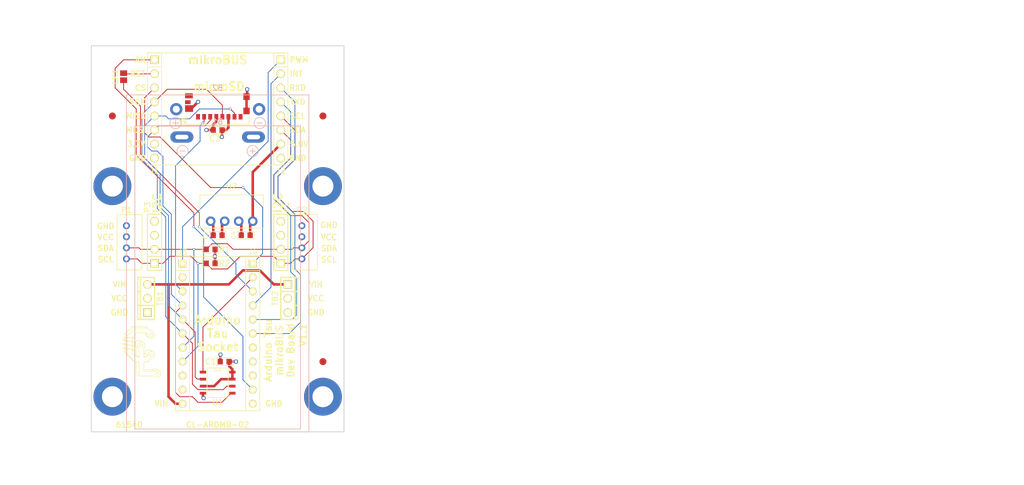
<source format=kicad_pcb>
(kicad_pcb (version 4) (host pcbnew 4.0.6)
  (title_block (title "Arduino Tau mikroBUS Develepment Board") (date 2018-02-12) (rev 1.1) (company "Casco Logix, LLC"))
  (layers (0 F.Cu signal) (1 Power.Cu power) (2 Ground.Cu power) (31 B.Cu signal) (34 B.Paste user) (35 F.Paste user) (36 B.SilkS user) (37 F.SilkS user) (38 B.Mask user) (39 F.Mask user) (44 Edge.Cuts user))
  (net 0 "")
  (net 1 GND)
  (net 2 MOSI)
  (net 3 SCK)
  (net 4 MISO)
  (net 5 D5)
  (net 6 A0)
  (net 7 SDA)
  (net 8 5.0V)
  (net 9 SCL)
  (net 10 RXD)
  (net 11 D2)
  (net 12 D4)
  (net 13 TXD)
  (net 14 D10)
  (net 15 VIN)
  (net 16 3V3)
  (net 17 D8)
  (net 18 D3)
  (net 19 /mikroBUS_RST)
  (net 20 D9)
  (net 21 AREF)
  (net 22 A3)
  (net 23 A4)
  (net 24 "Net-(J5-Pad1)")
  (net 25 "Net-(J5-Pad8)")
  (net 26 "Net-(J5-Pad12)")
  (net 27 "Net-(J5-Pad13)")
  (net 28 "Net-(M1-Pad~)")
  (net 29 "Net-(M2-Pad~)")
  (net 30 "Net-(M3-Pad~)")
  (module Battery:BC9VPC (layer B.Cu) (at 80.01 48.26 270)
    (fp_text reference B1 (at -2.794 0 540) (layer B.SilkS) (effects (font (size 1.016 1.016) (thickness 0.1524)) (justify mirror)))
    (fp_text value 9V)
    (pad 2 thru_hole oval (at 0 6.477 270) (size 2.032 4.1656) (drill oval 0.8255 2.38125) (layers *.Cu *.Mask) (net 1 GND))
    (pad 1 thru_hole oval (at 0 -6.477 270) (size 2.032 4.1656) (drill oval 0.8255 2.38125) (layers *.Cu *.Mask) (net 15 VIN))
  )
  (module Battery:Keystone_2462_2AA (layer B.Cu) (at 80.01 71.12 90)
    (fp_text reference B2 (at 31.75 0 360) (layer B.SilkS) (effects (font (size 1.016 1.016) (thickness 0.1524)) (justify mirror)))
    (fp_text value 2xAA)
    (pad 2 thru_hole circle (at 27.8892 7.493 90) (size 2.2225 2.2225) (drill 1.27) (layers *.Cu *.Mask) (net 1 GND))
    (pad 1 thru_hole circle (at 27.8892 -7.493 90) (size 2.2225 2.2225) (drill 1.27) (layers *.Cu *.Mask) (net 16 3V3))
  )
  (module Header:HEADER_F_2.54MM_1R11P_ST_AU_PTH (layer F.Cu) (at 86.36 83.82 270)
    (fp_text reference J4 (at -14.732 0 360) (layer F.SilkS) (effects (font (size 1.016 1.016) (thickness 0.127))))
    (fp_text value HEADER_F_2.54MM_1R11P_ST_AU_PTH)
    (pad 11 thru_hole circle (at 12.7 0 270) (size 1.397 1.397) (drill 0.79375) (layers *.Cu *.Mask F.SilkS) (net 1 GND))
    (pad 10 thru_hole circle (at 10.16 0 270) (size 1.397 1.397) (drill 0.79375) (layers *.Cu *.Mask F.SilkS) (net 6 A0))
    (pad 6 thru_hole circle (at 0 0 270) (size 1.397 1.397) (drill 0.79375) (layers *.Cu *.Mask F.SilkS) (net 10 RXD))
    (pad 7 thru_hole circle (at 2.54 0 270) (size 1.397 1.397) (drill 0.79375) (layers *.Cu *.Mask F.SilkS) (net 21 AREF))
    (pad 9 thru_hole circle (at 7.62 0 270) (size 1.397 1.397) (drill 0.79375) (layers *.Cu *.Mask F.SilkS) (net 22 A3))
    (pad 8 thru_hole circle (at 5.08 0 270) (size 1.397 1.397) (drill 0.79375) (layers *.Cu *.Mask F.SilkS) (net 23 A4))
    (pad 4 thru_hole circle (at -5.08 0 270) (size 1.397 1.397) (drill 0.79375) (layers *.Cu *.Mask F.SilkS) (net 11 D2))
    (pad 5 thru_hole circle (at -2.54 0 270) (size 1.397 1.397) (drill 0.79375) (layers *.Cu *.Mask F.SilkS) (net 13 TXD))
    (pad 3 thru_hole circle (at -7.62 0 270) (size 1.397 1.397) (drill 0.79375) (layers *.Cu *.Mask F.SilkS) (net 18 D3))
    (pad 2 thru_hole circle (at -10.16 0 270) (size 1.397 1.397) (drill 0.79375) (layers *.Cu *.Mask F.SilkS) (net 12 D4))
    (pad 1 thru_hole rect (at -12.7 0 270) (size 1.397 1.397) (drill 0.79375) (layers *.Cu *.Mask F.SilkS) (net 5 D5))
  )
  (module Active:SO-8 (layer F.Cu) (at 80.01 92.71)
    (fp_text reference U1 (at 0 3.556) (layer F.SilkS) (effects (font (size 1.016 1.016) (thickness 0.1524))))
    (fp_text value FL116K hide)
    (pad 8 smd rect (at 2.667 -1.905 270) (size 0.508 1.143) (layers F.Cu F.Paste F.Mask) (net 16 3V3))
    (pad 1 smd rect (at -2.667 -1.905 270) (size 0.508 1.143) (layers F.Cu F.Paste F.Mask) (net 12 D4))
    (pad 7 smd rect (at 2.667 -0.635 270) (size 0.508 1.143) (layers F.Cu F.Paste F.Mask) (net 16 3V3))
    (pad 6 smd rect (at 2.667 0.635 270) (size 0.508 1.143) (layers F.Cu F.Paste F.Mask) (net 3 SCK))
    (pad 5 smd rect (at 2.667 1.905 270) (size 0.508 1.143) (layers F.Cu F.Paste F.Mask) (net 2 MOSI))
    (pad 2 smd rect (at -2.667 -0.635 270) (size 0.508 1.143) (layers F.Cu F.Paste F.Mask) (net 4 MISO))
    (pad 3 smd rect (at -2.667 0.635 270) (size 0.508 1.143) (layers F.Cu F.Paste F.Mask) (net 16 3V3))
    (pad 4 smd rect (at -2.667 1.905 270) (size 0.508 1.143) (layers F.Cu F.Paste F.Mask) (net 1 GND))
  )
  (module Terminal_Block:TB_100MIL_1R3P_PTH (layer F.Cu) (at 92.71 77.47 270)
    (fp_text reference TB2 (at 0 2.286 450) (layer F.SilkS) (effects (font (size 1.016 1.016) (thickness 0.1524))))
    (fp_text value OSTVN_1x3 hide)
    (pad 1 thru_hole rect (at -2.54 0 270) (size 1.524 1.524) (drill 1.016) (layers *.Cu *.Mask F.SilkS) (net 15 VIN))
    (pad 2 thru_hole circle (at 0 0 270) (size 1.524 1.524) (drill 1.016) (layers *.Cu *.Mask F.SilkS) (net 16 3V3))
    (pad 3 thru_hole circle (at 2.54 0 270) (size 1.524 1.524) (drill 1.016) (layers *.Cu *.Mask F.SilkS) (net 1 GND))
  )
  (module Header:HEADER_M_2.54MM_1R4P_ST_AU_PTH (layer F.Cu) (at 91.44 67.31 90)
    (fp_text reference P4 (at 6.35 1.27 90) (layer F.SilkS) (effects (font (size 1.016 1.016) (thickness 0.1524))))
    (fp_text value HEADER_M_2.54MM_1R4P_ST_AU_PTH hide)
    (pad 4 thru_hole circle (at 3.81 0 90) (size 1.524 1.524) (drill 1.016) (layers *.Cu *.Mask F.SilkS) (net 1 GND))
    (pad 3 thru_hole circle (at 1.27 0 90) (size 1.524 1.524) (drill 1.016) (layers *.Cu *.Mask F.SilkS) (net 16 3V3))
    (pad 2 thru_hole circle (at -1.27 0 90) (size 1.524 1.524) (drill 1.016) (layers *.Cu *.Mask F.SilkS) (net 7 SDA))
    (pad 1 thru_hole rect (at -3.81 0 90) (size 1.524 1.524) (drill 1.016) (layers *.Cu *.Mask F.SilkS) (net 9 SCL))
  )
  (module Connector:PH_2.0_PTH (layer F.Cu) (at 95.25 67.31 90)
    (fp_text reference P2 (at 5.842 0 180) (layer F.SilkS) (effects (font (size 1.016 1.016) (thickness 0.1524))))
    (fp_text value HEADER_M_2.54MM_1R4P_ST_AU_PTH hide)
    (pad 3 thru_hole circle (at 1 0 90) (size 1.25 1.25) (drill 0.7) (layers *.Cu *.Mask) (net 16 3V3))
    (pad 2 thru_hole circle (at -1 0 90) (size 1.25 1.25) (drill 0.7) (layers *.Cu *.Mask) (net 7 SDA))
    (pad 1 thru_hole circle (at -3 0 90) (size 1.25 1.25) (drill 0.7) (layers *.Cu *.Mask) (net 9 SCL))
    (pad 4 thru_hole circle (at 3 0 90) (size 1.25 1.25) (drill 0.7) (layers *.Cu *.Mask) (net 1 GND))
  )
  (module Header:HEADER_F_2.54MM_1R8P_ST_AU_PTH (layer F.Cu) (at 91.44 43.18 270)
    (fp_text reference J2 (at 11.176 0 360) (layer F.SilkS) (effects (font (size 1.016 1.016) (thickness 0.1524))))
    (fp_text value HEADER_F_2.54MM_1R8P_ST_AU_PTH hide)
    (pad 6 thru_hole circle (at 3.81 0 270) (size 1.524 1.524) (drill 1.016) (layers *.Cu *.Mask F.SilkS) (net 7 SDA))
    (pad 7 thru_hole circle (at 6.35 0 270) (size 1.524 1.524) (drill 1.016) (layers *.Cu *.Mask F.SilkS) (net 8 5.0V))
    (pad 8 thru_hole circle (at 8.89 0 270) (size 1.524 1.524) (drill 1.016) (layers *.Cu *.Mask F.SilkS) (net 1 GND))
    (pad 4 thru_hole circle (at -1.27 0 270) (size 1.524 1.524) (drill 1.016) (layers *.Cu *.Mask F.SilkS) (net 13 TXD))
    (pad 5 thru_hole circle (at 1.27 0 270) (size 1.524 1.524) (drill 1.016) (layers *.Cu *.Mask F.SilkS) (net 9 SCL))
    (pad 3 thru_hole circle (at -3.81 0 270) (size 1.524 1.524) (drill 1.016) (layers *.Cu *.Mask F.SilkS) (net 10 RXD))
    (pad 2 thru_hole circle (at -6.35 0 270) (size 1.524 1.524) (drill 1.016) (layers *.Cu *.Mask F.SilkS) (net 11 D2))
    (pad 1 thru_hole rect (at -8.89 0 270) (size 1.524 1.524) (drill 1.016) (layers *.Cu *.Mask F.SilkS) (net 17 D8))
  )
  (module Header:HEADER_F_2.54MM_1R8P_ST_AU_PTH (layer F.Cu) (at 68.58 43.18 270)
    (fp_text reference J1 (at 11.176 0 360) (layer F.SilkS) (effects (font (size 1.016 1.016) (thickness 0.1524))))
    (fp_text value HEADER_F_2.54MM_1R8P_ST_AU_PTH hide)
    (pad 6 thru_hole circle (at 3.81 0 270) (size 1.524 1.524) (drill 1.016) (layers *.Cu *.Mask F.SilkS) (net 2 MOSI))
    (pad 7 thru_hole circle (at 6.35 0 270) (size 1.524 1.524) (drill 1.016) (layers *.Cu *.Mask F.SilkS) (net 16 3V3))
    (pad 8 thru_hole circle (at 8.89 0 270) (size 1.524 1.524) (drill 1.016) (layers *.Cu *.Mask F.SilkS) (net 1 GND))
    (pad 4 thru_hole circle (at -1.27 0 270) (size 1.524 1.524) (drill 1.016) (layers *.Cu *.Mask F.SilkS) (net 3 SCK))
    (pad 5 thru_hole circle (at 1.27 0 270) (size 1.524 1.524) (drill 1.016) (layers *.Cu *.Mask F.SilkS) (net 4 MISO))
    (pad 3 thru_hole circle (at -3.81 0 270) (size 1.524 1.524) (drill 1.016) (layers *.Cu *.Mask F.SilkS) (net 5 D5))
    (pad 2 thru_hole circle (at -6.35 0 270) (size 1.524 1.524) (drill 1.016) (layers *.Cu *.Mask F.SilkS) (net 19 /mikroBUS_RST))
    (pad 1 thru_hole rect (at -8.89 0 270) (size 1.524 1.524) (drill 1.016) (layers *.Cu *.Mask F.SilkS) (net 6 A0))
  )
  (module Terminal_Block:TB_100MIL_1R3P_PTH (layer F.Cu) (at 67.31 77.47 90)
    (fp_text reference TB1 (at 0 2.286 270) (layer F.SilkS) (effects (font (size 1.016 1.016) (thickness 0.1524))))
    (fp_text value OSTVN_1x3 hide)
    (pad 1 thru_hole rect (at -2.54 0 90) (size 1.524 1.524) (drill 1.016) (layers *.Cu *.Mask F.SilkS) (net 1 GND))
    (pad 2 thru_hole circle (at 0 0 90) (size 1.524 1.524) (drill 1.016) (layers *.Cu *.Mask F.SilkS) (net 16 3V3))
    (pad 3 thru_hole circle (at 2.54 0 90) (size 1.524 1.524) (drill 1.016) (layers *.Cu *.Mask F.SilkS) (net 15 VIN))
  )
  (module Connector:Molex_0475710001 (layer F.Cu) (at 80.01 43.18 180)
    (fp_text reference J5 (at 6.604 -2.286 180) (layer F.SilkS) (effects (font (size 1.016 1.016) (thickness 0.1524))))
    (fp_text value Molex_0475710001 hide)
    (pad 1 smd rect (at 3.55 -1.415 180) (size 0.7 1) (layers F.Cu F.Paste F.Mask) (net 24 "Net-(J5-Pad1)"))
    (pad 2 smd rect (at 2.45 -1.415 180) (size 0.7 1) (layers F.Cu F.Paste F.Mask) (net 14 D10))
    (pad 3 smd rect (at 1.35 -1.415 180) (size 0.7 1) (layers F.Cu F.Paste F.Mask) (net 2 MOSI))
    (pad 4 smd rect (at 0.25 -1.415 180) (size 0.7 1) (layers F.Cu F.Paste F.Mask) (net 16 3V3))
    (pad 5 smd rect (at -0.85 -1.415 180) (size 0.7 1) (layers F.Cu F.Paste F.Mask) (net 3 SCK))
    (pad 6 smd rect (at -1.95 -1.415 180) (size 0.7 1) (layers F.Cu F.Paste F.Mask) (net 1 GND))
    (pad 7 smd rect (at -3.05 -1.415 180) (size 0.7 1) (layers F.Cu F.Paste F.Mask) (net 4 MISO))
    (pad 8 smd rect (at -4.15 -1.415 180) (size 0.7 1) (layers F.Cu F.Paste F.Mask) (net 25 "Net-(J5-Pad8)"))
    (pad 9 smd rect (at -5.225 -0.365 180) (size 1.15 1.2) (layers F.Cu F.Paste F.Mask) (net 1 GND))
    (pad 10 smd rect (at -5.225 2.225 180) (size 1.15 1.2) (layers F.Cu F.Paste F.Mask) (net 1 GND))
    (pad 11 smd rect (at 5.175 0.075 180) (size 1.45 1.2) (layers F.Cu F.Paste F.Mask) (net 1 GND))
    (pad 12 smd rect (at 5.4 1.225 180) (size 1 0.7) (layers F.Cu F.Paste F.Mask) (net 26 "Net-(J5-Pad12)"))
    (pad 13 smd rect (at 5.2 2.375 180) (size 1.4 0.9) (layers F.Cu F.Paste F.Mask) (net 27 "Net-(J5-Pad13)"))
  )
  (module Header:HEADER_M_2.54MM_1R4P_ST_AU_PTH (layer F.Cu) (at 68.58 67.31 90)
    (fp_text reference P3 (at 6.35 -1.27 90) (layer F.SilkS) (effects (font (size 1.016 1.016) (thickness 0.1524))))
    (fp_text value HEADER_M_2.54MM_1R4P_ST_AU_PTH hide)
    (pad 4 thru_hole circle (at 3.81 0 90) (size 1.524 1.524) (drill 1.016) (layers *.Cu *.Mask F.SilkS) (net 1 GND))
    (pad 3 thru_hole circle (at 1.27 0 90) (size 1.524 1.524) (drill 1.016) (layers *.Cu *.Mask F.SilkS) (net 16 3V3))
    (pad 2 thru_hole circle (at -1.27 0 90) (size 1.524 1.524) (drill 1.016) (layers *.Cu *.Mask F.SilkS) (net 7 SDA))
    (pad 1 thru_hole rect (at -3.81 0 90) (size 1.524 1.524) (drill 1.016) (layers *.Cu *.Mask F.SilkS) (net 9 SCL))
  )
  (module Connector:PH_2.0_PTH (layer F.Cu) (at 63.5 67.31 90)
    (fp_text reference P1 (at 5.842 0 180) (layer F.SilkS) (effects (font (size 1.016 1.016) (thickness 0.1524))))
    (fp_text value HEADER_M_2.54MM_1R4P_ST_AU_PTH hide)
    (pad 3 thru_hole circle (at 1 0 90) (size 1.25 1.25) (drill 0.7) (layers *.Cu *.Mask) (net 16 3V3))
    (pad 2 thru_hole circle (at -1 0 90) (size 1.25 1.25) (drill 0.7) (layers *.Cu *.Mask) (net 7 SDA))
    (pad 1 thru_hole circle (at -3 0 90) (size 1.25 1.25) (drill 0.7) (layers *.Cu *.Mask) (net 9 SCL))
    (pad 4 thru_hole circle (at 3 0 90) (size 1.25 1.25) (drill 0.7) (layers *.Cu *.Mask) (net 1 GND))
  )
  (module Passive:0603 (layer F.Cu) (at 81.28 88.9 180)
    (fp_text reference C1 (at 2.54 0 180) (layer F.SilkS) (effects (font (size 1.016 1.016) (thickness 0.1524))))
    (fp_text value 1uF)
    (pad 1 smd rect (at -0.8 0 180) (size 0.95 1) (layers F.Cu F.Paste F.Mask) (net 16 3V3))
    (pad 2 smd rect (at 0.8 0 180) (size 0.95 1) (layers F.Cu F.Paste F.Mask) (net 1 GND))
  )
  (module Passive:0603 (layer F.Cu) (at 80.01 46.99)
    (fp_text reference C3 (at -0.508 1.524) (layer F.SilkS) (effects (font (size 1.016 1.016) (thickness 0.1524))))
    (fp_text value 1uF)
    (pad 1 smd rect (at -0.8 0) (size 0.95 1) (layers F.Cu F.Paste F.Mask) (net 16 3V3))
    (pad 2 smd rect (at 0.8 0) (size 0.95 1) (layers F.Cu F.Paste F.Mask) (net 1 GND))
  )
  (module Passive:SOLDER_LINK_NO (layer F.Cu) (at 62.992 37.338 180)
    (fp_text reference LK1 (at 1.524 0 450) (layer F.SilkS) (effects (font (size 1.016 1.016) (thickness 0.1524))))
    (fp_text value SOLDER_LINK_NO)
    (pad 1 smd rect (at 0 -0.635 180) (size 1.27 1.016) (layers F.Cu F.Mask) (net 18 D3))
    (pad 2 smd rect (at 0 0.635 180) (size 1.27 1.016) (layers F.Cu F.Mask) (net 19 /mikroBUS_RST))
  )
  (module Passive:R0603 (layer F.Cu) (at 78.74 68.58 180)
    (fp_text reference R1 (at -2.54 0 180) (layer F.SilkS) (effects (font (size 1.016 1.016) (thickness 0.1524))))
    (fp_text value 4.7k)
    (pad 1 smd rect (at -0.8 0 180) (size 0.95 1) (layers F.Cu F.Paste F.Mask) (net 16 3V3))
    (pad 2 smd rect (at 0.8 0 180) (size 0.95 1) (layers F.Cu F.Paste F.Mask) (net 7 SDA))
  )
  (module Passive:R0603 (layer F.Cu) (at 78.74 71.12 180)
    (fp_text reference R2 (at -2.54 0 180) (layer F.SilkS) (effects (font (size 1.016 1.016) (thickness 0.1524))))
    (fp_text value 4.7k)
    (pad 1 smd rect (at -0.8 0 180) (size 0.95 1) (layers F.Cu F.Paste F.Mask) (net 16 3V3))
    (pad 2 smd rect (at 0.8 0 180) (size 0.95 1) (layers F.Cu F.Paste F.Mask) (net 9 SCL))
  )
  (module Logo:Casco_Logix_Logo_7x7MM (layer F.Cu) (at 66.294 87.122)
    (fp_text reference G1 hide)
    (fp_text value Casco_Logix_Logo hide)
  )
  (module FIDUCIAL:FIDUCIAL (layer F.Cu) (at 99.06 88.9)
    (fp_text reference M1 hide)
    (fp_text value FID hide)
    (pad ~ smd circle (at 0 0 270) (size 1.27 1.27) (layers F.Cu F.Mask) (net 28 "Net-(M1-Pad~)") (clearance 0.635))
  )
  (module FIDUCIAL:FIDUCIAL (layer F.Cu) (at 99.06 44.45)
    (fp_text reference M2 hide)
    (fp_text value FID hide)
    (pad ~ smd circle (at 0 0 270) (size 1.27 1.27) (layers F.Cu F.Mask) (net 29 "Net-(M2-Pad~)") (clearance 0.635))
  )
  (module FIDUCIAL:FIDUCIAL (layer F.Cu) (at 60.96 44.45)
    (fp_text reference M3 hide)
    (fp_text value FID hide)
    (pad ~ smd circle (at 0 0 270) (size 1.27 1.27) (layers F.Cu F.Mask) (net 30 "Net-(M3-Pad~)") (clearance 0.635))
  )
  (module Fastener:MH_#6 (layer F.Cu) (at 60.96 57.15)
    (fp_text reference MH1 hide)
    (fp_text value MTG_HOLE)
    (pad ~ thru_hole circle (at 0 0) (size 6.858 6.858) (drill 3.7846) (layers *.Cu *.Mask) (net 1 GND))
  )
  (module Fastener:MH_#6 (layer F.Cu) (at 99.06 57.15)
    (fp_text reference MH2 hide)
    (fp_text value MTG_HOLE)
    (pad ~ thru_hole circle (at 0 0) (size 6.858 6.858) (drill 3.7846) (layers *.Cu *.Mask) (net 1 GND))
  )
  (module Fastener:MH_#6 (layer F.Cu) (at 60.96 95.25)
    (fp_text reference MH3 hide)
    (fp_text value MTG_HOLE)
    (pad ~ thru_hole circle (at 0 0) (size 6.858 6.858) (drill 3.7846) (layers *.Cu *.Mask) (net 1 GND))
  )
  (module Fastener:MH_#6 (layer F.Cu) (at 99.06 95.25)
    (fp_text reference MH4 hide)
    (fp_text value MTG_HOLE)
    (pad ~ thru_hole circle (at 0 0) (size 6.858 6.858) (drill 3.7846) (layers *.Cu *.Mask) (net 1 GND))
  )
  (module Header:HEADER_F_2.54MM_1R11P_ST_AU_PTH (layer F.Cu) (at 73.66 83.82 270)
    (fp_text reference J3 (at -14.732 0 360) (layer F.SilkS) (effects (font (size 1.016 1.016) (thickness 0.127))))
    (fp_text value HEADER_F_2.54MM_1R11P_ST_AU_PTH)
    (pad 11 thru_hole circle (at 12.7 0 270) (size 1.397 1.397) (drill 0.79375) (layers *.Cu *.Mask F.SilkS) (net 15 VIN))
    (pad 10 thru_hole circle (at 10.16 0 270) (size 1.397 1.397) (drill 0.79375) (layers *.Cu *.Mask F.SilkS) (net 1 GND))
    (pad 6 thru_hole circle (at 0 0 270) (size 1.397 1.397) (drill 0.79375) (layers *.Cu *.Mask F.SilkS) (net 3 SCK))
    (pad 7 thru_hole circle (at 2.54 0 270) (size 1.397 1.397) (drill 0.79375) (layers *.Cu *.Mask F.SilkS) (net 7 SDA))
    (pad 9 thru_hole circle (at 7.62 0 270) (size 1.397 1.397) (drill 0.79375) (layers *.Cu *.Mask F.SilkS) (net 16 3V3))
    (pad 8 thru_hole circle (at 5.08 0 270) (size 1.397 1.397) (drill 0.79375) (layers *.Cu *.Mask F.SilkS) (net 9 SCL))
    (pad 4 thru_hole circle (at -5.08 0 270) (size 1.397 1.397) (drill 0.79375) (layers *.Cu *.Mask F.SilkS) (net 2 MOSI))
    (pad 5 thru_hole circle (at -2.54 0 270) (size 1.397 1.397) (drill 0.79375) (layers *.Cu *.Mask F.SilkS) (net 4 MISO))
    (pad 3 thru_hole circle (at -7.62 0 270) (size 1.397 1.397) (drill 0.79375) (layers *.Cu *.Mask F.SilkS) (net 14 D10))
    (pad 2 thru_hole circle (at -10.16 0 270) (size 1.397 1.397) (drill 0.79375) (layers *.Cu *.Mask F.SilkS) (net 20 D9))
    (pad 1 thru_hole rect (at -12.7 0 270) (size 1.397 1.397) (drill 0.79375) (layers *.Cu *.Mask F.SilkS) (net 17 D8))
  )
  (module Passive:0603 (layer F.Cu) (at 80.01 66.04 180)
    (fp_text reference C2 (at 2.159 0 450) (layer F.SilkS) (effects (font (size 0.762 0.762) (thickness 0.127))))
    (fp_text value 1uF)
    (pad 1 smd rect (at -0.8 0 180) (size 0.95 1) (layers F.Cu F.Paste F.Mask) (net 16 3V3))
    (pad 2 smd rect (at 0.8 0 180) (size 0.95 1) (layers F.Cu F.Paste F.Mask) (net 1 GND))
  )
  (module Passive:0603 (layer F.Cu) (at 85.09 66.04 180)
    (fp_text reference C4 (at 2.159 0 450) (layer F.SilkS) (effects (font (size 0.762 0.762) (thickness 0.127))))
    (fp_text value 1uF)
    (pad 1 smd rect (at -0.8 0 180) (size 0.95 1) (layers F.Cu F.Paste F.Mask) (net 8 5.0V))
    (pad 2 smd rect (at 0.8 0 180) (size 0.95 1) (layers F.Cu F.Paste F.Mask) (net 1 GND))
  )
  (module Power_Supply:Recom_ROE-3.305S (layer F.Cu) (at 82.55 63.5)
    (fp_text reference U2 (at 0 -6.35) (layer F.SilkS) (effects (font (size 1.016 1.016) (thickness 0.127))))
    (fp_text value Recom_DC_DC_Conv)
    (pad 1 thru_hole circle (at -3.81 0) (size 1.7272 1.7272) (drill 0.9906) (layers *.Cu *.Mask) (net 1 GND))
    (pad 2 thru_hole circle (at -1.27 0) (size 1.7272 1.7272) (drill 0.9906) (layers *.Cu *.Mask) (net 16 3V3))
    (pad 3 thru_hole circle (at 1.27 0) (size 1.7272 1.7272) (drill 0.9906) (layers *.Cu *.Mask) (net 1 GND))
    (pad 4 thru_hole circle (at 3.81 0) (size 1.7272 1.7272) (drill 0.9906) (layers *.Cu *.Mask) (net 8 5.0V))
  )
  (gr_text GND (at 90.17 96.52) (layer F.SilkS) (effects (font (size 1.016 1.016) (thickness 0.2032))))
  (gr_text VIN (at 69.85 96.52) (layer F.SilkS) (effects (font (size 1.016 1.016) (thickness 0.2032))))
  (gr_text GND (at 59.75 64.4) (layer F.SilkS) (effects (font (size 1.016 1.016) (thickness 0.2032))))
  (gr_text VCC (at 59.75 66.4) (layer F.SilkS) (effects (font (size 1.016 1.016) (thickness 0.2032))))
  (gr_text SDA (at 59.75 68.4) (layer F.SilkS) (effects (font (size 1.016 1.016) (thickness 0.2032))))
  (gr_text SCL (at 59.75 70.4) (layer F.SilkS) (effects (font (size 1.016 1.016) (thickness 0.2032))))
  (gr_text SCL (at 100.15 70.4) (layer F.SilkS) (effects (font (size 1.016 1.016) (thickness 0.2032))))
  (gr_text SDA (at 100.15 68.4) (layer F.SilkS) (effects (font (size 1.016 1.016) (thickness 0.2032))))
  (gr_text VCC (at 100.15 66.4) (layer F.SilkS) (effects (font (size 1.016 1.016) (thickness 0.2032))))
  (gr_text GND (at 100.15 64.2) (layer F.SilkS) (effects (font (size 1.016 1.016) (thickness 0.2032))))
  (gr_text INT (at 94.234 36.83) (layer F.SilkS) (effects (font (size 1.016 1.016) (thickness 0.2032))))
  (gr_text PWM (at 94.742 34.29) (layer F.SilkS) (effects (font (size 1.016 1.016) (thickness 0.2032))))
  (gr_text RXD (at 94.488 39.37) (layer F.SilkS) (effects (font (size 1.016 1.016) (thickness 0.2032))))
  (gr_text TXD (at 94.488 41.91) (layer F.SilkS) (effects (font (size 1.016 1.016) (thickness 0.2032))))
  (gr_text SCL (at 94.488 44.45) (layer F.SilkS) (effects (font (size 1.016 1.016) (thickness 0.2032))))
  (gr_text SDA (at 94.488 46.99) (layer F.SilkS) (effects (font (size 1.016 1.016) (thickness 0.2032))))
  (gr_text 5.0V (at 94.742 49.53) (layer F.SilkS) (effects (font (size 1.016 1.016) (thickness 0.2032))))
  (gr_text GND (at 94.488 52.07) (layer F.SilkS) (effects (font (size 1.016 1.016) (thickness 0.2032))))
  (gr_text GND (at 65.532 52.07) (layer F.SilkS) (effects (font (size 1.016 1.016) (thickness 0.2032))))
  (gr_text 3.3V (at 65.278 49.53) (layer F.SilkS) (effects (font (size 1.016 1.016) (thickness 0.2032))))
  (gr_text MOSI (at 65.278 46.99) (layer F.SilkS) (effects (font (size 1.016 1.016) (thickness 0.2032))))
  (gr_text MISO (at 65.278 44.45) (layer F.SilkS) (effects (font (size 1.016 1.016) (thickness 0.2032))))
  (gr_text SCK (at 65.532 41.91) (layer F.SilkS) (effects (font (size 1.016 1.016) (thickness 0.2032))))
  (gr_text CS (at 66.04 39.37) (layer F.SilkS) (effects (font (size 1.016 1.016) (thickness 0.2032))))
  (gr_text RST (at 65.532 36.83) (layer F.SilkS) (effects (font (size 1.016 1.016) (thickness 0.2032))))
  (gr_text AN (at 66.04 34.29) (layer F.SilkS) (effects (font (size 1.016 1.016) (thickness 0.2032))))
  (gr_line (start 75.184 69.85) (end 85.09 69.85) (angle 90) (layer F.SilkS) (width 0.127))
  (gr_line (start 74.93 97.79) (end 85.09 97.79) (angle 90) (layer F.SilkS) (width 0.127))
  (gr_line (start 57.15 101.6) (end 102.87 101.6) (angle 90) (layer Edge.Cuts) (width 0.15))
  (gr_line (start 57.15 31.75) (end 102.87 31.75) (angle 90) (layer Edge.Cuts) (width 0.15))
  (gr_text CL-ARDMB-02 (at 80.01 100.33) (layer F.SilkS) (effects (font (size 1.016 1.016) (thickness 0.2032))))
  (gr_text "Arduino Tau\nmikroBUS\nDev Board" (at 91.186 86.868 90) (layer F.SilkS) (effects (font (size 1.27 1.27) (thickness 0.254))))
  (gr_line (start 67.31 53.34) (end 92.71 53.34) (angle 90) (layer F.SilkS) (width 0.127))
  (gr_text 61540 (at 64.008 100.33) (layer F.SilkS) (effects (font (size 1.016 1.016) (thickness 0.2032))))
  (gr_text V1.1 (at 95.504 84.074 90) (layer F.SilkS) (effects (font (size 1.27 1.27) (thickness 0.254))))
  (gr_text microSD (at 80.264 39.116) (layer F.SilkS) (effects (font (size 1.5 1.5) (thickness 0.3))))
  (gr_text VIN (at 97.79 74.93) (layer F.SilkS) (effects (font (size 1.016 1.016) (thickness 0.2032))))
  (gr_text VCC (at 97.79 77.47) (layer F.SilkS) (effects (font (size 1.016 1.016) (thickness 0.2032))))
  (gr_text GND (at 97.79 80.01) (layer F.SilkS) (effects (font (size 1.016 1.016) (thickness 0.2032))))
  (gr_text GND (at 62.23 80.01) (layer F.SilkS) (effects (font (size 1.016 1.016) (thickness 0.2032))))
  (gr_text VCC (at 62.23 77.47) (layer F.SilkS) (effects (font (size 1.016 1.016) (thickness 0.2032))))
  (gr_text VIN (at 62.23 74.93) (layer F.SilkS) (effects (font (size 1.016 1.016) (thickness 0.2032))))
  (gr_line (start 67.31 33.02) (end 92.71 33.02) (angle 90) (layer F.SilkS) (width 0.127))
  (gr_text I2C (at 69.088 60.198 90) (layer F.SilkS) (effects (font (size 1.5 1.5) (thickness 0.3))))
  (gr_text I2C (at 90.932 60.198 90) (layer F.SilkS) (effects (font (size 1.5 1.5) (thickness 0.3))))
  (gr_line (start 102.87 31.75) (end 102.87 101.6) (angle 90) (layer Edge.Cuts) (width 0.15))
  (gr_line (start 57.15 31.75) (end 57.15 101.6) (angle 90) (layer Edge.Cuts) (width 0.15))
  (gr_text "Arduino\nTau\nSocket" (at 80.01 83.82) (layer F.SilkS) (effects (font (size 1.5 1.5) (thickness 0.3))))
  (gr_text mikroBUS (at 80.01 34.29) (layer F.SilkS) (effects (font (size 1.5 1.5) (thickness 0.3))))
  (segment (start 74.835 43.105) (end 75.259 43.105) (width 0.4572) (layer F.Cu) (net 1))
  (segment (start 75.259 43.105) (end 76.454 41.91) (width 0.4572) (layer F.Cu) (net 1))
  (via (at 76.454 41.91) (size 0.762) (drill 0.4572) (layers F.Cu B.Cu) (net 1))
  (segment (start 80.48 88.9) (end 80.48 87.668) (width 0.4572) (layer F.Cu) (net 1))
  (via (at 80.518 87.63) (size 0.762) (drill 0.4572) (layers F.Cu B.Cu) (net 1))
  (segment (start 80.48 87.668) (end 80.518 87.63) (width 0.4572) (layer F.Cu) (net 1))
  (segment (start 77.343 94.615) (end 77.343 95.377) (width 0.4572) (layer F.Cu) (net 1))
  (via (at 77.47 95.504) (size 0.762) (drill 0.4572) (layers F.Cu B.Cu) (net 1))
  (segment (start 77.343 95.377) (end 77.47 95.504) (width 0.4572) (layer F.Cu) (net 1))
  (segment (start 84.29 66.04) (end 84.29 63.97) (width 0.4572) (layer F.Cu) (net 1))
  (segment (start 84.29 63.97) (end 83.82 63.5) (width 0.4572) (layer F.Cu) (net 1))
  (segment (start 79.21 66.04) (end 79.21 63.97) (width 0.4572) (layer F.Cu) (net 1))
  (segment (start 79.21 63.97) (end 78.74 63.5) (width 0.4572) (layer F.Cu) (net 1))
  (segment (start 80.81 46.99) (end 80.81 48.222) (width 0.4572) (layer F.Cu) (net 1))
  (via (at 80.772 48.26) (size 0.762) (drill 0.4572) (layers F.Cu B.Cu) (net 1))
  (segment (start 80.81 48.222) (end 80.772 48.26) (width 0.4572) (layer F.Cu) (net 1))
  (segment (start 80.81 46.99) (end 81.534 46.99) (width 0.4572) (layer F.Cu) (net 1))
  (segment (start 81.96 46.564) (end 81.96 44.595) (width 0.4572) (layer F.Cu) (net 1))
  (segment (start 81.534 46.99) (end 81.96 46.564) (width 0.4572) (layer F.Cu) (net 1))
  (segment (start 80.81 46.99) (end 80.81 46.952) (width 0.4572) (layer F.Cu) (net 1))
  (segment (start 85.235 40.955) (end 85.344 40.846) (width 0.4572) (layer F.Cu) (net 1))
  (segment (start 85.344 40.846) (end 85.344 39.624) (width 0.4572) (layer F.Cu) (net 1))
  (via (at 85.344 39.624) (size 0.762) (drill 0.4572) (layers F.Cu B.Cu) (net 1))
  (segment (start 85.235 43.545) (end 85.235 40.955) (width 0.4572) (layer F.Cu) (net 1))
  (segment (start 69.342 46.228) (end 77.724 46.228) (width 0.1524) (layer F.Cu) (net 2))
  (segment (start 78.66 44.595) (end 78.66 45.292) (width 0.1524) (layer F.Cu) (net 2))
  (segment (start 69.342 46.228) (end 68.58 46.99) (width 0.1524) (layer F.Cu) (net 2))
  (segment (start 77.724 46.228) (end 78.66 45.292) (width 0.1524) (layer F.Cu) (net 2))
  (segment (start 70.104 51.816) (end 70.104 60.706) (width 0.1524) (layer B.Cu) (net 2))
  (segment (start 67.31 48.26) (end 67.31 50.038) (width 0.1524) (layer B.Cu) (net 2))
  (segment (start 67.31 50.038) (end 68.072 50.8) (width 0.1524) (layer B.Cu) (net 2))
  (segment (start 68.072 50.8) (end 69.088 50.8) (width 0.1524) (layer B.Cu) (net 2))
  (segment (start 69.088 50.8) (end 70.104 51.816) (width 0.1524) (layer B.Cu) (net 2))
  (segment (start 68.58 46.99) (end 67.31 48.26) (width 0.1524) (layer B.Cu) (net 2))
  (segment (start 71.628 76.708) (end 73.66 78.74) (width 0.1524) (layer B.Cu) (net 2))
  (segment (start 71.628 62.23) (end 71.628 76.708) (width 0.1524) (layer B.Cu) (net 2))
  (segment (start 70.104 60.706) (end 71.628 62.23) (width 0.1524) (layer B.Cu) (net 2))
  (segment (start 73.152 95.25) (end 72.39 94.488) (width 0.1524) (layer F.Cu) (net 2))
  (segment (start 73.152 95.25) (end 75.438 95.25) (width 0.1524) (layer F.Cu) (net 2))
  (segment (start 75.438 95.25) (end 76.454 96.266) (width 0.1524) (layer F.Cu) (net 2))
  (segment (start 82.423 94.615) (end 80.772 96.266) (width 0.1524) (layer F.Cu) (net 2))
  (segment (start 76.454 96.266) (end 80.772 96.266) (width 0.1524) (layer F.Cu) (net 2))
  (segment (start 72.39 80.01) (end 73.66 78.74) (width 0.1524) (layer F.Cu) (net 2))
  (segment (start 72.39 94.488) (end 72.39 80.01) (width 0.1524) (layer F.Cu) (net 2))
  (segment (start 82.423 94.615) (end 82.677 94.615) (width 0.1524) (layer F.Cu) (net 2))
  (segment (start 68.58 41.91) (end 66.294 44.196) (width 0.1524) (layer B.Cu) (net 3))
  (segment (start 70.612 80.772) (end 73.66 83.82) (width 0.1524) (layer B.Cu) (net 3))
  (segment (start 70.612 62.738) (end 70.612 80.772) (width 0.1524) (layer B.Cu) (net 3))
  (segment (start 69.088 61.214) (end 70.612 62.738) (width 0.1524) (layer B.Cu) (net 3))
  (segment (start 69.088 55.118) (end 69.088 61.214) (width 0.1524) (layer B.Cu) (net 3))
  (segment (start 66.294 52.324) (end 69.088 55.118) (width 0.1524) (layer B.Cu) (net 3))
  (segment (start 66.294 44.196) (end 66.294 52.324) (width 0.1524) (layer B.Cu) (net 3))
  (segment (start 73.66 83.82) (end 75.438 85.598) (width 0.1524) (layer F.Cu) (net 3))
  (segment (start 75.438 85.598) (end 75.438 92.964) (width 0.1524) (layer F.Cu) (net 3))
  (segment (start 75.438 92.964) (end 76.454 93.98) (width 0.1524) (layer F.Cu) (net 3))
  (segment (start 76.454 93.98) (end 81.026 93.98) (width 0.1524) (layer F.Cu) (net 3))
  (segment (start 81.026 93.98) (end 81.661 93.345) (width 0.1524) (layer F.Cu) (net 3))
  (segment (start 81.661 93.345) (end 82.677 93.345) (width 0.1524) (layer F.Cu) (net 3))
  (segment (start 80.86 44.595) (end 80.86 42.506) (width 0.1524) (layer F.Cu) (net 3))
  (segment (start 80.86 42.506) (end 77.978 39.624) (width 0.1524) (layer F.Cu) (net 3))
  (segment (start 70.866 39.624) (end 68.58 41.91) (width 0.1524) (layer F.Cu) (net 3))
  (segment (start 77.978 39.624) (end 70.866 39.624) (width 0.1524) (layer F.Cu) (net 3))
  (segment (start 74.93 44.958) (end 71.12 44.958) (width 0.1524) (layer B.Cu) (net 4))
  (segment (start 83.06 44.595) (end 83.06 43.944) (width 0.1524) (layer F.Cu) (net 4))
  (segment (start 82.296 43.18) (end 83.06 43.944) (width 0.1524) (layer F.Cu) (net 4))
  (via (at 82.296 43.18) (size 0.4572) (drill 0.3048) (layers F.Cu B.Cu) (net 4))
  (segment (start 76.708 43.18) (end 82.296 43.18) (width 0.1524) (layer B.Cu) (net 4))
  (segment (start 75.438 44.45) (end 76.708 43.18) (width 0.1524) (layer B.Cu) (net 4))
  (segment (start 75.438 44.45) (end 74.93 44.958) (width 0.1524) (layer B.Cu) (net 4))
  (segment (start 70.612 44.45) (end 68.58 44.45) (width 0.1524) (layer B.Cu) (net 4))
  (segment (start 71.12 44.958) (end 70.612 44.45) (width 0.1524) (layer B.Cu) (net 4))
  (segment (start 71.12 62.484) (end 71.12 78.74) (width 0.1524) (layer B.Cu) (net 4))
  (segment (start 73.66 81.28) (end 71.12 78.74) (width 0.1524) (layer B.Cu) (net 4))
  (segment (start 66.802 46.228) (end 68.58 44.45) (width 0.1524) (layer B.Cu) (net 4))
  (segment (start 66.802 52.07) (end 66.802 46.228) (width 0.1524) (layer B.Cu) (net 4))
  (segment (start 69.596 54.864) (end 66.802 52.07) (width 0.1524) (layer B.Cu) (net 4))
  (segment (start 69.596 60.96) (end 69.596 54.864) (width 0.1524) (layer B.Cu) (net 4))
  (segment (start 69.596 60.96) (end 71.12 62.484) (width 0.1524) (layer B.Cu) (net 4))
  (segment (start 73.66 81.28) (end 75.946 83.566) (width 0.1524) (layer F.Cu) (net 4))
  (segment (start 75.946 83.566) (end 75.946 91.694) (width 0.1524) (layer F.Cu) (net 4))
  (segment (start 75.946 91.694) (end 76.327 92.075) (width 0.1524) (layer F.Cu) (net 4))
  (segment (start 76.327 92.075) (end 77.343 92.075) (width 0.1524) (layer F.Cu) (net 4))
  (segment (start 77.089 92.075) (end 77.343 92.075) (width 0.1524) (layer F.Cu) (net 4))
  (segment (start 77.343 92.075) (end 77.089 92.075) (width 0.1524) (layer F.Cu) (net 4))
  (segment (start 67.564 48.26) (end 69.596 48.26) (width 0.1524) (layer F.Cu) (net 5))
  (segment (start 66.802 47.498) (end 67.564 48.26) (width 0.1524) (layer F.Cu) (net 5))
  (segment (start 66.802 41.148) (end 66.802 47.498) (width 0.1524) (layer F.Cu) (net 5))
  (via (at 84.582 57.404) (size 0.4572) (drill 0.3048) (layers F.Cu B.Cu) (net 5))
  (segment (start 84.582 57.404) (end 88.138 60.96) (width 0.1524) (layer B.Cu) (net 5))
  (segment (start 88.138 60.96) (end 88.138 69.342) (width 0.1524) (layer B.Cu) (net 5))
  (segment (start 86.36 71.12) (end 88.138 69.342) (width 0.1524) (layer B.Cu) (net 5))
  (segment (start 66.802 41.148) (end 68.58 39.37) (width 0.1524) (layer F.Cu) (net 5))
  (segment (start 78.74 57.404) (end 84.582 57.404) (width 0.1524) (layer F.Cu) (net 5))
  (segment (start 69.596 48.26) (end 78.74 57.404) (width 0.1524) (layer F.Cu) (net 5))
  (segment (start 68.58 34.29) (end 62.992 34.29) (width 0.1524) (layer F.Cu) (net 6))
  (segment (start 84.582 92.202) (end 84.582 84.328) (width 0.1524) (layer B.Cu) (net 6))
  (segment (start 84.582 92.202) (end 86.36 93.98) (width 0.1524) (layer B.Cu) (net 6))
  (segment (start 77.47 77.216) (end 77.47 66.294) (width 0.1524) (layer B.Cu) (net 6))
  (segment (start 77.47 66.294) (end 75.692 64.516) (width 0.1524) (layer B.Cu) (net 6))
  (segment (start 84.582 84.328) (end 77.47 77.216) (width 0.1524) (layer B.Cu) (net 6))
  (via (at 75.692 64.516) (size 0.4572) (drill 0.3048) (layers F.Cu B.Cu) (net 6))
  (segment (start 75.692 61.976) (end 75.692 64.516) (width 0.1524) (layer F.Cu) (net 6))
  (segment (start 65.278 51.562) (end 75.692 61.976) (width 0.1524) (layer F.Cu) (net 6))
  (segment (start 65.278 43.18) (end 65.278 51.562) (width 0.1524) (layer F.Cu) (net 6))
  (segment (start 61.468 39.37) (end 65.278 43.18) (width 0.1524) (layer F.Cu) (net 6))
  (segment (start 61.468 35.814) (end 61.468 39.37) (width 0.1524) (layer F.Cu) (net 6))
  (segment (start 62.992 34.29) (end 61.468 35.814) (width 0.1524) (layer F.Cu) (net 6))
  (segment (start 90.17 55.118) (end 93.218 52.07) (width 0.1524) (layer F.Cu) (net 7))
  (segment (start 96.52 67.056) (end 96.52 63.754) (width 0.1524) (layer F.Cu) (net 7))
  (segment (start 96.52 63.754) (end 95.25 62.484) (width 0.1524) (layer F.Cu) (net 7))
  (segment (start 95.25 62.484) (end 93.218 62.484) (width 0.1524) (layer F.Cu) (net 7))
  (segment (start 93.218 62.484) (end 90.17 59.436) (width 0.1524) (layer F.Cu) (net 7))
  (segment (start 90.17 59.436) (end 90.17 55.118) (width 0.1524) (layer F.Cu) (net 7))
  (segment (start 95.266 68.31) (end 96.52 67.056) (width 0.1524) (layer F.Cu) (net 7))
  (segment (start 93.218 48.768) (end 91.44 46.99) (width 0.1524) (layer F.Cu) (net 7))
  (segment (start 93.218 52.07) (end 93.218 48.768) (width 0.1524) (layer F.Cu) (net 7))
  (segment (start 95.25 68.31) (end 95.266 68.31) (width 0.1524) (layer F.Cu) (net 7))
  (segment (start 73.66 86.36) (end 75.692 84.328) (width 0.1524) (layer B.Cu) (net 7))
  (segment (start 75.692 84.328) (end 75.692 68.58) (width 0.1524) (layer B.Cu) (net 7))
  (via (at 75.692 68.58) (size 0.4572) (drill 0.3048) (layers F.Cu B.Cu) (net 7))
  (segment (start 91.44 68.58) (end 93.472 68.58) (width 0.1524) (layer F.Cu) (net 7))
  (segment (start 93.742 68.31) (end 95.25 68.31) (width 0.1524) (layer F.Cu) (net 7))
  (segment (start 93.472 68.58) (end 93.742 68.31) (width 0.1524) (layer F.Cu) (net 7))
  (segment (start 77.94 68.58) (end 77.978 68.58) (width 0.1524) (layer F.Cu) (net 7))
  (segment (start 77.978 68.58) (end 78.994 67.564) (width 0.1524) (layer F.Cu) (net 7))
  (segment (start 82.804 68.58) (end 91.44 68.58) (width 0.1524) (layer F.Cu) (net 7))
  (segment (start 81.788 67.564) (end 82.804 68.58) (width 0.1524) (layer F.Cu) (net 7))
  (segment (start 78.994 67.564) (end 81.788 67.564) (width 0.1524) (layer F.Cu) (net 7))
  (segment (start 74.93 68.58) (end 75.692 68.58) (width 0.1524) (layer F.Cu) (net 7))
  (segment (start 75.692 68.58) (end 77.94 68.58) (width 0.1524) (layer F.Cu) (net 7))
  (segment (start 68.58 68.58) (end 74.93 68.58) (width 0.1524) (layer F.Cu) (net 7))
  (segment (start 63.5 68.31) (end 65.77 68.31) (width 0.1524) (layer F.Cu) (net 7))
  (segment (start 66.04 68.58) (end 68.58 68.58) (width 0.1524) (layer F.Cu) (net 7))
  (segment (start 65.77 68.31) (end 66.04 68.58) (width 0.1524) (layer F.Cu) (net 7))
  (segment (start 85.89 66.04) (end 85.89 63.97) (width 0.4572) (layer F.Cu) (net 8))
  (segment (start 85.89 63.97) (end 86.36 63.5) (width 0.4572) (layer F.Cu) (net 8))
  (segment (start 86.36 63.5) (end 86.36 54.61) (width 0.4572) (layer F.Cu) (net 8))
  (segment (start 86.36 54.61) (end 91.44 49.53) (width 0.4572) (layer F.Cu) (net 8))
  (segment (start 82.804 71.12) (end 84.074 69.85) (width 0.1524) (layer F.Cu) (net 9))
  (segment (start 82.804 71.12) (end 81.788 72.136) (width 0.1524) (layer F.Cu) (net 9))
  (segment (start 81.788 72.136) (end 78.956 72.136) (width 0.1524) (layer F.Cu) (net 9))
  (segment (start 77.94 71.12) (end 78.956 72.136) (width 0.1524) (layer F.Cu) (net 9))
  (segment (start 90.17 69.85) (end 91.44 71.12) (width 0.1524) (layer F.Cu) (net 9))
  (segment (start 84.074 69.85) (end 90.17 69.85) (width 0.1524) (layer F.Cu) (net 9))
  (segment (start 68.58 71.12) (end 70.104 71.12) (width 0.1524) (layer F.Cu) (net 9))
  (segment (start 75.184 69.85) (end 76.454 71.12) (width 0.1524) (layer F.Cu) (net 9))
  (segment (start 71.374 69.85) (end 75.184 69.85) (width 0.1524) (layer F.Cu) (net 9))
  (segment (start 70.104 71.12) (end 71.374 69.85) (width 0.1524) (layer F.Cu) (net 9))
  (segment (start 91.44 44.45) (end 93.98 46.99) (width 0.1524) (layer F.Cu) (net 9))
  (segment (start 97.282 68.278) (end 95.25 70.31) (width 0.1524) (layer F.Cu) (net 9))
  (segment (start 97.282 63.5) (end 97.282 68.278) (width 0.1524) (layer F.Cu) (net 9))
  (segment (start 95.504 61.722) (end 97.282 63.5) (width 0.1524) (layer F.Cu) (net 9))
  (segment (start 93.472 61.722) (end 95.504 61.722) (width 0.1524) (layer F.Cu) (net 9))
  (segment (start 90.932 59.182) (end 93.472 61.722) (width 0.1524) (layer F.Cu) (net 9))
  (segment (start 90.932 55.372) (end 90.932 59.182) (width 0.1524) (layer F.Cu) (net 9))
  (segment (start 93.98 52.324) (end 90.932 55.372) (width 0.1524) (layer F.Cu) (net 9))
  (segment (start 93.98 46.99) (end 93.98 52.324) (width 0.1524) (layer F.Cu) (net 9))
  (segment (start 76.454 71.12) (end 76.454 86.106) (width 0.1524) (layer B.Cu) (net 9))
  (via (at 76.454 71.12) (size 0.4572) (drill 0.3048) (layers F.Cu B.Cu) (net 9))
  (segment (start 76.454 86.106) (end 73.66 88.9) (width 0.1524) (layer B.Cu) (net 9))
  (segment (start 95.25 70.31) (end 94.028 70.31) (width 0.1524) (layer F.Cu) (net 9))
  (segment (start 94.028 70.31) (end 93.218 71.12) (width 0.1524) (layer F.Cu) (net 9))
  (segment (start 93.218 71.12) (end 91.44 71.12) (width 0.1524) (layer F.Cu) (net 9))
  (segment (start 76.454 71.12) (end 77.94 71.12) (width 0.1524) (layer F.Cu) (net 9))
  (segment (start 63.5 70.31) (end 65.484 70.31) (width 0.1524) (layer F.Cu) (net 9))
  (segment (start 66.294 71.12) (end 68.58 71.12) (width 0.1524) (layer F.Cu) (net 9))
  (segment (start 65.484 70.31) (end 66.294 71.12) (width 0.1524) (layer F.Cu) (net 9))
  (segment (start 93.98 62.23) (end 93.98 72.136) (width 0.1524) (layer B.Cu) (net 10))
  (segment (start 93.98 72.136) (end 94.996 73.152) (width 0.1524) (layer B.Cu) (net 10))
  (segment (start 94.996 73.152) (end 94.996 81.788) (width 0.1524) (layer B.Cu) (net 10))
  (segment (start 94.996 81.788) (end 92.964 83.82) (width 0.1524) (layer B.Cu) (net 10))
  (segment (start 92.964 83.82) (end 91.694 83.82) (width 0.1524) (layer B.Cu) (net 10))
  (segment (start 93.98 52.324) (end 90.932 55.372) (width 0.1524) (layer B.Cu) (net 10))
  (segment (start 90.932 55.372) (end 90.932 59.182) (width 0.1524) (layer B.Cu) (net 10))
  (segment (start 90.932 59.182) (end 93.98 62.23) (width 0.1524) (layer B.Cu) (net 10))
  (segment (start 91.44 39.37) (end 93.98 41.91) (width 0.1524) (layer B.Cu) (net 10))
  (segment (start 93.98 41.91) (end 93.98 52.07) (width 0.1524) (layer B.Cu) (net 10))
  (segment (start 93.98 52.07) (end 93.98 52.324) (width 0.1524) (layer B.Cu) (net 10))
  (segment (start 91.694 83.82) (end 86.36 83.82) (width 0.1524) (layer B.Cu) (net 10))
  (segment (start 86.36 78.74) (end 87.63 77.47) (width 0.1524) (layer B.Cu) (net 11))
  (segment (start 89.662 38.608) (end 91.44 36.83) (width 0.1524) (layer B.Cu) (net 11))
  (segment (start 89.662 75.438) (end 89.662 38.608) (width 0.1524) (layer B.Cu) (net 11))
  (segment (start 87.63 77.47) (end 89.408 75.692) (width 0.1524) (layer B.Cu) (net 11))
  (segment (start 89.408 75.692) (end 89.662 75.438) (width 0.1524) (layer B.Cu) (net 11))
  (segment (start 86.36 73.66) (end 77.343 82.677) (width 0.1524) (layer F.Cu) (net 12))
  (segment (start 77.343 82.677) (end 77.343 90.805) (width 0.1524) (layer F.Cu) (net 12))
  (segment (start 93.218 72.644) (end 94.234 73.66) (width 0.1524) (layer B.Cu) (net 13))
  (segment (start 93.218 72.644) (end 93.218 62.992) (width 0.1524) (layer B.Cu) (net 13))
  (segment (start 93.218 62.992) (end 93.218 62.484) (width 0.1524) (layer B.Cu) (net 13))
  (segment (start 93.218 43.688) (end 93.218 52.07) (width 0.1524) (layer B.Cu) (net 13))
  (segment (start 91.44 41.91) (end 93.218 43.688) (width 0.1524) (layer B.Cu) (net 13))
  (segment (start 90.17 55.118) (end 93.218 52.07) (width 0.1524) (layer B.Cu) (net 13))
  (segment (start 90.17 59.436) (end 90.17 55.118) (width 0.1524) (layer B.Cu) (net 13))
  (segment (start 93.218 62.484) (end 90.17 59.436) (width 0.1524) (layer B.Cu) (net 13))
  (segment (start 92.71 81.28) (end 86.36 81.28) (width 0.1524) (layer B.Cu) (net 13))
  (segment (start 93.472 81.28) (end 92.71 81.28) (width 0.1524) (layer B.Cu) (net 13))
  (segment (start 94.234 80.518) (end 93.472 81.28) (width 0.1524) (layer B.Cu) (net 13))
  (segment (start 94.234 73.66) (end 94.234 80.518) (width 0.1524) (layer B.Cu) (net 13))
  (segment (start 77.56 44.595) (end 77.56 45.503) (width 0.1524) (layer F.Cu) (net 14))
  (segment (start 72.39 53.467) (end 72.39 53.594) (width 0.1524) (layer B.Cu) (net 14))
  (segment (start 76.835 49.022) (end 72.39 53.467) (width 0.1524) (layer B.Cu) (net 14))
  (segment (start 76.835 46.228) (end 76.835 49.022) (width 0.1524) (layer B.Cu) (net 14))
  (segment (start 77.343 45.72) (end 76.835 46.228) (width 0.1524) (layer B.Cu) (net 14))
  (via (at 77.343 45.72) (size 0.4572) (drill 0.3048) (layers F.Cu B.Cu) (net 14))
  (segment (start 77.56 45.503) (end 77.343 45.72) (width 0.1524) (layer F.Cu) (net 14))
  (segment (start 72.39 74.93) (end 73.66 76.2) (width 0.1524) (layer B.Cu) (net 14))
  (segment (start 72.39 53.594) (end 72.39 74.93) (width 0.1524) (layer B.Cu) (net 14))
  (segment (start 92.71 74.93) (end 90.17 74.93) (width 0.4572) (layer F.Cu) (net 15))
  (segment (start 82.042 74.93) (end 84.582 72.39) (width 0.4572) (layer F.Cu) (net 15))
  (segment (start 84.582 72.39) (end 87.63 72.39) (width 0.4572) (layer F.Cu) (net 15))
  (segment (start 87.63 72.39) (end 90.17 74.93) (width 0.4572) (layer F.Cu) (net 15))
  (segment (start 82.042 74.93) (end 71.12 74.93) (width 0.4572) (layer F.Cu) (net 15))
  (segment (start 67.31 74.93) (end 71.12 74.93) (width 0.4572) (layer F.Cu) (net 15))
  (segment (start 71.12 74.93) (end 71.12 77.47) (width 0.4572) (layer F.Cu) (net 15))
  (segment (start 71.12 77.47) (end 71.12 95.25) (width 0.4572) (layer F.Cu) (net 15))
  (segment (start 71.12 95.25) (end 72.39 96.52) (width 0.4572) (layer F.Cu) (net 15))
  (segment (start 72.39 96.52) (end 73.66 96.52) (width 0.4572) (layer F.Cu) (net 15))
  (segment (start 77.343 93.345) (end 79.375 93.345) (width 0.4572) (layer F.Cu) (net 16))
  (segment (start 80.645 92.075) (end 82.677 92.075) (width 0.4572) (layer F.Cu) (net 16))
  (segment (start 79.375 93.345) (end 80.645 92.075) (width 0.4572) (layer F.Cu) (net 16))
  (segment (start 82.677 90.805) (end 82.677 90.297) (width 0.4572) (layer F.Cu) (net 16))
  (segment (start 82.08 89.7) (end 82.08 88.9) (width 0.4572) (layer F.Cu) (net 16))
  (segment (start 82.677 90.297) (end 82.08 89.7) (width 0.4572) (layer F.Cu) (net 16))
  (segment (start 82.08 88.9) (end 83.312 88.9) (width 0.4572) (layer F.Cu) (net 16))
  (via (at 83.312 88.9) (size 0.762) (drill 0.4572) (layers F.Cu B.Cu) (net 16))
  (segment (start 80.81 66.04) (end 80.81 63.97) (width 0.4572) (layer F.Cu) (net 16))
  (segment (start 80.81 63.97) (end 81.28 63.5) (width 0.4572) (layer F.Cu) (net 16))
  (segment (start 79.54 71.12) (end 79.54 69.888) (width 0.4572) (layer F.Cu) (net 16))
  (segment (start 79.54 69.812) (end 79.502 69.85) (width 0.4572) (layer F.Cu) (net 16))
  (via (at 79.502 69.85) (size 0.762) (drill 0.4572) (layers F.Cu B.Cu) (net 16))
  (segment (start 79.54 69.812) (end 79.54 68.58) (width 0.4572) (layer F.Cu) (net 16))
  (segment (start 79.54 69.888) (end 79.502 69.85) (width 0.4572) (layer F.Cu) (net 16))
  (segment (start 82.677 92.075) (end 82.677 90.805) (width 0.4572) (layer F.Cu) (net 16))
  (segment (start 79.21 46.99) (end 77.978 46.99) (width 0.4572) (layer F.Cu) (net 16))
  (via (at 77.978 46.99) (size 0.762) (drill 0.4572) (layers F.Cu B.Cu) (net 16))
  (segment (start 79.21 46.99) (end 79.21 46.012) (width 0.4572) (layer F.Cu) (net 16))
  (segment (start 79.76 45.462) (end 79.76 44.595) (width 0.4572) (layer F.Cu) (net 16))
  (segment (start 79.21 46.012) (end 79.76 45.462) (width 0.4572) (layer F.Cu) (net 16))
  (segment (start 91.44 34.29) (end 89.154 36.576) (width 0.1524) (layer B.Cu) (net 17))
  (segment (start 73.66 64.516) (end 73.66 71.12) (width 0.1524) (layer B.Cu) (net 17))
  (segment (start 89.154 49.022) (end 73.66 64.516) (width 0.1524) (layer B.Cu) (net 17))
  (segment (start 89.154 36.576) (end 89.154 49.022) (width 0.1524) (layer B.Cu) (net 17))
  (segment (start 66.04 42.672) (end 62.992 39.624) (width 0.1524) (layer F.Cu) (net 18))
  (segment (start 66.04 42.672) (end 66.04 51.308) (width 0.1524) (layer F.Cu) (net 18))
  (segment (start 66.04 51.308) (end 76.708 61.976) (width 0.1524) (layer F.Cu) (net 18))
  (segment (start 76.708 61.976) (end 76.708 64.516) (width 0.1524) (layer F.Cu) (net 18))
  (via (at 76.708 64.516) (size 0.4572) (drill 0.3048) (layers F.Cu B.Cu) (net 18))
  (segment (start 76.708 64.516) (end 83.312 71.12) (width 0.1524) (layer B.Cu) (net 18))
  (segment (start 83.312 71.12) (end 83.312 73.152) (width 0.1524) (layer B.Cu) (net 18))
  (segment (start 86.36 76.2) (end 83.312 73.152) (width 0.1524) (layer B.Cu) (net 18))
  (segment (start 62.992 39.624) (end 62.992 37.973) (width 0.1524) (layer F.Cu) (net 18))
  (segment (start 68.58 36.83) (end 63.119 36.83) (width 0.1524) (layer F.Cu) (net 19))
  (segment (start 63.119 36.83) (end 62.992 36.703) (width 0.1524) (layer F.Cu) (net 19))
)
</source>
